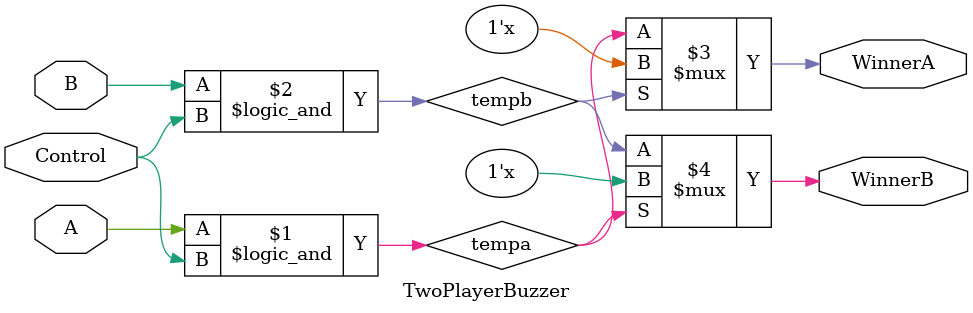
<source format=v>
`timescale 1ns / 1ps


module TwoPlayerBuzzer(A,B,WinnerA,WinnerB,Control);
    input A,B,Control;
    output WinnerA,WinnerB;
    wire tempa,tempb;
    assign tempa=A&&Control;    // when control is 0 host has not aksed the q yet so tempa and tempv is 0
    assign tempb=B&&Control;
    
    bufif0 C(WinnerA,tempa,tempb);
    bufif0 D(WinnerB,tempb,tempa);
endmodule

</source>
